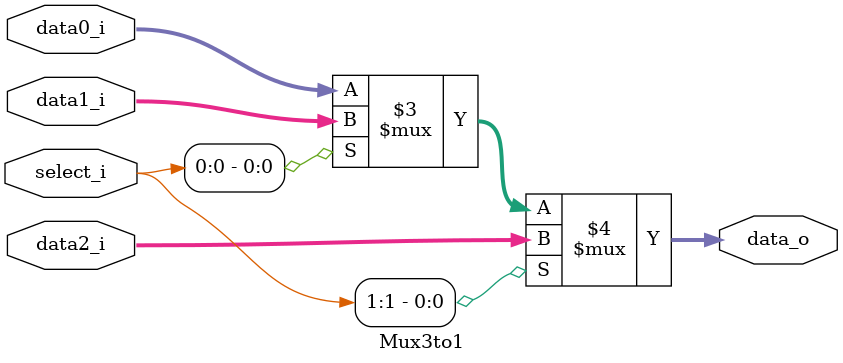
<source format=v>
module Mux3to1( data0_i, data1_i, data2_i, select_i, data_o );

parameter size = 0;			   
			
//I/O ports               
input wire	[size-1:0] data0_i;          
input wire	[size-1:0] data1_i;
input wire	[size-1:0] data2_i;
input wire	[2-1:0] select_i;
output wire	[size-1:0] data_o; 

//Main function

assign data_o = (select_i[1]==1)?data2_i:((select_i[0]==1)?data1_i:data0_i);		//10,00,01


/*your code here*/

endmodule      

</source>
